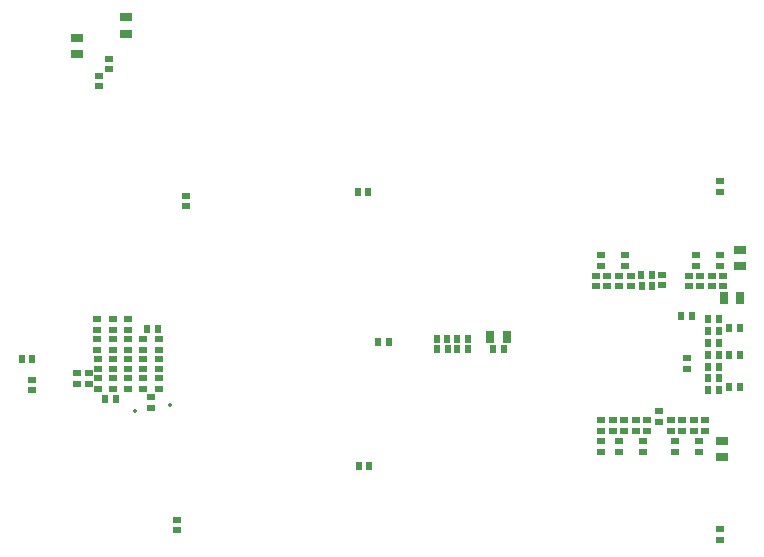
<source format=gbs>
G04 Layer_Color=16711935*
%FSLAX43Y43*%
%MOMM*%
G71*
G01*
G75*
%ADD42R,0.610X0.660*%
%ADD43R,0.610X0.800*%
%ADD44R,0.800X0.610*%
%ADD45R,0.660X0.610*%
%ADD47R,0.740X0.990*%
%ADD50R,0.990X0.740*%
%ADD56C,0.350*%
D42*
X83450Y60000D02*
D03*
X82550D02*
D03*
X83450Y62750D02*
D03*
X82550D02*
D03*
X78500Y66050D02*
D03*
X79400D02*
D03*
X83450Y65000D02*
D03*
X82550D02*
D03*
X75125Y69500D02*
D03*
X76025D02*
D03*
X60450Y63250D02*
D03*
X59550D02*
D03*
X23575Y62350D02*
D03*
X22675D02*
D03*
X29725Y59025D02*
D03*
X30625D02*
D03*
X52850Y63850D02*
D03*
X53750D02*
D03*
X58750Y63225D02*
D03*
X57850D02*
D03*
X34175Y64950D02*
D03*
X33275D02*
D03*
X51200Y53350D02*
D03*
X52100D02*
D03*
X62575Y63250D02*
D03*
X63475D02*
D03*
D43*
X76050Y68600D02*
D03*
X75150D02*
D03*
X59550Y64100D02*
D03*
X60450D02*
D03*
X51125Y76550D02*
D03*
X52025Y76550D02*
D03*
X81700Y59750D02*
D03*
X80800D02*
D03*
X81700Y65750D02*
D03*
X80800D02*
D03*
X81700Y60750D02*
D03*
X80800D02*
D03*
X81700Y61750D02*
D03*
X80800D02*
D03*
X81700Y63750D02*
D03*
X80800D02*
D03*
X81700Y62750D02*
D03*
X80800D02*
D03*
X81700Y64750D02*
D03*
X80800D02*
D03*
X57800Y64100D02*
D03*
X58700D02*
D03*
D44*
X76900Y69525D02*
D03*
Y68625D02*
D03*
X23500Y60625D02*
D03*
Y59725D02*
D03*
X81075Y69450D02*
D03*
Y68550D02*
D03*
X80525Y56300D02*
D03*
Y57200D02*
D03*
X79125Y69450D02*
D03*
Y68550D02*
D03*
X80100Y69450D02*
D03*
Y68550D02*
D03*
X73700Y56300D02*
D03*
Y57200D02*
D03*
X74250Y69450D02*
D03*
Y68550D02*
D03*
X71250Y69450D02*
D03*
Y68550D02*
D03*
X71750Y56300D02*
D03*
Y57200D02*
D03*
X73250Y69450D02*
D03*
Y68550D02*
D03*
X79550Y56300D02*
D03*
Y57200D02*
D03*
X78575Y56300D02*
D03*
Y57200D02*
D03*
X79000Y62450D02*
D03*
Y61550D02*
D03*
X72250Y69450D02*
D03*
Y68550D02*
D03*
X77600Y56300D02*
D03*
Y57200D02*
D03*
X82050Y69450D02*
D03*
Y68550D02*
D03*
X74675Y56300D02*
D03*
Y57200D02*
D03*
X75650Y56300D02*
D03*
Y57200D02*
D03*
X76625Y57075D02*
D03*
Y57975D02*
D03*
X72725Y56300D02*
D03*
Y57200D02*
D03*
D45*
X27350Y61175D02*
D03*
Y60275D02*
D03*
X71750Y54550D02*
D03*
Y55450D02*
D03*
X73250Y54550D02*
D03*
Y55450D02*
D03*
X75250Y54550D02*
D03*
Y55450D02*
D03*
X78000Y54550D02*
D03*
Y55450D02*
D03*
X80000Y54550D02*
D03*
Y55450D02*
D03*
X81750Y71200D02*
D03*
Y70300D02*
D03*
X79750Y71200D02*
D03*
Y70300D02*
D03*
X73750Y71200D02*
D03*
Y70300D02*
D03*
X71750Y71200D02*
D03*
Y70300D02*
D03*
X35800Y48775D02*
D03*
Y47875D02*
D03*
X81750Y47950D02*
D03*
Y47050D02*
D03*
X36600Y76225D02*
D03*
Y75325D02*
D03*
X81750Y77450D02*
D03*
Y76550D02*
D03*
X29125Y61525D02*
D03*
Y62425D02*
D03*
X32975Y63175D02*
D03*
Y64075D02*
D03*
X29200Y85475D02*
D03*
Y86375D02*
D03*
X30025Y86900D02*
D03*
Y87800D02*
D03*
X29125Y59875D02*
D03*
Y60775D02*
D03*
X33625Y58275D02*
D03*
Y59175D02*
D03*
X30375Y65750D02*
D03*
Y64850D02*
D03*
X31675Y65750D02*
D03*
Y64850D02*
D03*
Y64075D02*
D03*
Y63175D02*
D03*
X29075D02*
D03*
Y64075D02*
D03*
Y65750D02*
D03*
Y64850D02*
D03*
X30375Y64075D02*
D03*
Y63175D02*
D03*
X32975Y61525D02*
D03*
Y62425D02*
D03*
X30375Y61525D02*
D03*
Y62425D02*
D03*
Y60775D02*
D03*
Y59875D02*
D03*
X31675Y60775D02*
D03*
Y59875D02*
D03*
Y61525D02*
D03*
Y62425D02*
D03*
X34275Y60775D02*
D03*
Y59875D02*
D03*
Y62425D02*
D03*
Y61525D02*
D03*
Y64075D02*
D03*
Y63175D02*
D03*
X32975Y60775D02*
D03*
Y59875D02*
D03*
X28325Y61175D02*
D03*
Y60275D02*
D03*
D47*
X83500Y67525D02*
D03*
X82100D02*
D03*
X63725Y64275D02*
D03*
X62325D02*
D03*
D50*
X82000Y55450D02*
D03*
Y54050D02*
D03*
X83500Y70250D02*
D03*
Y71650D02*
D03*
X31475Y89900D02*
D03*
Y91300D02*
D03*
X27350Y89575D02*
D03*
Y88175D02*
D03*
D56*
X35250Y58450D02*
D03*
X32250Y57950D02*
D03*
M02*

</source>
